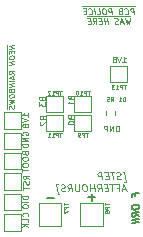
<source format=gbr>
%TF.GenerationSoftware,KiCad,Pcbnew,5.1.9-73d0e3b20d~88~ubuntu20.04.1*%
%TF.CreationDate,2022-04-15T22:34:28-04:00*%
%TF.ProjectId,ring,72696e67-2e6b-4696-9361-645f70636258,rev?*%
%TF.SameCoordinates,Original*%
%TF.FileFunction,Legend,Bot*%
%TF.FilePolarity,Positive*%
%FSLAX46Y46*%
G04 Gerber Fmt 4.6, Leading zero omitted, Abs format (unit mm)*
G04 Created by KiCad (PCBNEW 5.1.9-73d0e3b20d~88~ubuntu20.04.1) date 2022-04-15 22:34:28*
%MOMM*%
%LPD*%
G01*
G04 APERTURE LIST*
%ADD10C,0.060000*%
%ADD11C,0.112500*%
%ADD12C,0.075000*%
%ADD13C,0.150000*%
%ADD14C,0.120000*%
%ADD15C,0.180000*%
%ADD16C,0.160000*%
G04 APERTURE END LIST*
D10*
X79078057Y-30248990D02*
X79078057Y-29748990D01*
X78959009Y-29748990D01*
X78887580Y-29772800D01*
X78839961Y-29820419D01*
X78816152Y-29868038D01*
X78792342Y-29963276D01*
X78792342Y-30034704D01*
X78816152Y-30129942D01*
X78839961Y-30177561D01*
X78887580Y-30225180D01*
X78959009Y-30248990D01*
X79078057Y-30248990D01*
X78578057Y-30248990D02*
X78578057Y-29748990D01*
X78292342Y-30248990D01*
X78292342Y-29748990D01*
X78054247Y-30248990D02*
X78054247Y-29748990D01*
X77863771Y-29748990D01*
X77816152Y-29772800D01*
X77792342Y-29796609D01*
X77768533Y-29844228D01*
X77768533Y-29915657D01*
X77792342Y-29963276D01*
X77816152Y-29987085D01*
X77863771Y-30010895D01*
X78054247Y-30010895D01*
D11*
X79374171Y-24384371D02*
X79631314Y-24384371D01*
X79502742Y-24384371D02*
X79502742Y-23934371D01*
X79545600Y-23998657D01*
X79588457Y-24041514D01*
X79631314Y-24062942D01*
X79245600Y-23934371D02*
X79095600Y-24384371D01*
X78945600Y-23934371D01*
X78731314Y-24127228D02*
X78774171Y-24105800D01*
X78795600Y-24084371D01*
X78817028Y-24041514D01*
X78817028Y-24020085D01*
X78795600Y-23977228D01*
X78774171Y-23955800D01*
X78731314Y-23934371D01*
X78645600Y-23934371D01*
X78602742Y-23955800D01*
X78581314Y-23977228D01*
X78559885Y-24020085D01*
X78559885Y-24041514D01*
X78581314Y-24084371D01*
X78602742Y-24105800D01*
X78645600Y-24127228D01*
X78731314Y-24127228D01*
X78774171Y-24148657D01*
X78795600Y-24170085D01*
X78817028Y-24212942D01*
X78817028Y-24298657D01*
X78795600Y-24341514D01*
X78774171Y-24362942D01*
X78731314Y-24384371D01*
X78645600Y-24384371D01*
X78602742Y-24362942D01*
X78581314Y-24341514D01*
X78559885Y-24298657D01*
X78559885Y-24212942D01*
X78581314Y-24170085D01*
X78602742Y-24148657D01*
X78645600Y-24127228D01*
D12*
X80395731Y-19653200D02*
X79984168Y-19653200D01*
X80362144Y-20336890D02*
X80299644Y-19836890D01*
X80109168Y-19836890D01*
X80064525Y-19860700D01*
X80043692Y-19884509D01*
X80025835Y-19932128D01*
X80034763Y-20003557D01*
X80064525Y-20051176D01*
X80091311Y-20074985D01*
X80141906Y-20098795D01*
X80332383Y-20098795D01*
X79984168Y-19653200D02*
X79484168Y-19653200D01*
X79570478Y-20289271D02*
X79597263Y-20313080D01*
X79671668Y-20336890D01*
X79719287Y-20336890D01*
X79787740Y-20313080D01*
X79829406Y-20265461D01*
X79847263Y-20217842D01*
X79859168Y-20122604D01*
X79850240Y-20051176D01*
X79814525Y-19955938D01*
X79784763Y-19908319D01*
X79731192Y-19860700D01*
X79656787Y-19836890D01*
X79609168Y-19836890D01*
X79540716Y-19860700D01*
X79519883Y-19884509D01*
X79484168Y-19653200D02*
X78984168Y-19653200D01*
X79162740Y-20074985D02*
X79094287Y-20098795D01*
X79073454Y-20122604D01*
X79055597Y-20170223D01*
X79064525Y-20241652D01*
X79094287Y-20289271D01*
X79121073Y-20313080D01*
X79171668Y-20336890D01*
X79362144Y-20336890D01*
X79299644Y-19836890D01*
X79132978Y-19836890D01*
X79088335Y-19860700D01*
X79067502Y-19884509D01*
X79049644Y-19932128D01*
X79055597Y-19979747D01*
X79085359Y-20027366D01*
X79112144Y-20051176D01*
X79162740Y-20074985D01*
X79329406Y-20074985D01*
X78984168Y-19653200D02*
X78603216Y-19653200D01*
X78603216Y-19653200D02*
X78103216Y-19653200D01*
X78481192Y-20336890D02*
X78418692Y-19836890D01*
X78228216Y-19836890D01*
X78183573Y-19860700D01*
X78162740Y-19884509D01*
X78144883Y-19932128D01*
X78153811Y-20003557D01*
X78183573Y-20051176D01*
X78210359Y-20074985D01*
X78260954Y-20098795D01*
X78451430Y-20098795D01*
X78103216Y-19653200D02*
X77579406Y-19653200D01*
X77823454Y-19836890D02*
X77728216Y-19836890D01*
X77683573Y-19860700D01*
X77641906Y-19908319D01*
X77630002Y-20003557D01*
X77650835Y-20170223D01*
X77686549Y-20265461D01*
X77740121Y-20313080D01*
X77790716Y-20336890D01*
X77885954Y-20336890D01*
X77930597Y-20313080D01*
X77972263Y-20265461D01*
X77984168Y-20170223D01*
X77963335Y-20003557D01*
X77927621Y-19908319D01*
X77874049Y-19860700D01*
X77823454Y-19836890D01*
X77579406Y-19653200D02*
X77174644Y-19653200D01*
X77219287Y-20336890D02*
X77457383Y-20336890D01*
X77394883Y-19836890D01*
X77174644Y-19653200D02*
X76936549Y-19653200D01*
X77052621Y-20336890D02*
X76990121Y-19836890D01*
X76936549Y-19653200D02*
X76436549Y-19653200D01*
X76522859Y-20289271D02*
X76549644Y-20313080D01*
X76624049Y-20336890D01*
X76671668Y-20336890D01*
X76740121Y-20313080D01*
X76781787Y-20265461D01*
X76799644Y-20217842D01*
X76811549Y-20122604D01*
X76802621Y-20051176D01*
X76766906Y-19955938D01*
X76737144Y-19908319D01*
X76683573Y-19860700D01*
X76609168Y-19836890D01*
X76561549Y-19836890D01*
X76493097Y-19860700D01*
X76472263Y-19884509D01*
X76436549Y-19653200D02*
X75984168Y-19653200D01*
X76281787Y-20074985D02*
X76115121Y-20074985D01*
X76076430Y-20336890D02*
X76314525Y-20336890D01*
X76252025Y-19836890D01*
X76013930Y-19836890D01*
X80038588Y-20478200D02*
X79555597Y-20478200D01*
X79990121Y-20661890D02*
X79933573Y-21161890D01*
X79793692Y-20804747D01*
X79743097Y-21161890D01*
X79561549Y-20661890D01*
X79555597Y-20478200D02*
X79127025Y-20478200D01*
X79439525Y-21019033D02*
X79201430Y-21019033D01*
X79505002Y-21161890D02*
X79275835Y-20661890D01*
X79171668Y-21161890D01*
X79127025Y-20478200D02*
X78650835Y-20478200D01*
X79025835Y-21138080D02*
X78957383Y-21161890D01*
X78838335Y-21161890D01*
X78787740Y-21138080D01*
X78760954Y-21114271D01*
X78731192Y-21066652D01*
X78725240Y-21019033D01*
X78743097Y-20971414D01*
X78763930Y-20947604D01*
X78808573Y-20923795D01*
X78900835Y-20899985D01*
X78945478Y-20876176D01*
X78966311Y-20852366D01*
X78984168Y-20804747D01*
X78978216Y-20757128D01*
X78948454Y-20709509D01*
X78921668Y-20685700D01*
X78871073Y-20661890D01*
X78752025Y-20661890D01*
X78683573Y-20685700D01*
X78650835Y-20478200D02*
X78269883Y-20478200D01*
X78269883Y-20478200D02*
X77746073Y-20478200D01*
X78147859Y-21161890D02*
X78085359Y-20661890D01*
X78115121Y-20899985D02*
X77829406Y-20899985D01*
X77862144Y-21161890D02*
X77799644Y-20661890D01*
X77746073Y-20478200D02*
X77293692Y-20478200D01*
X77591311Y-20899985D02*
X77424644Y-20899985D01*
X77385954Y-21161890D02*
X77624049Y-21161890D01*
X77561549Y-20661890D01*
X77323454Y-20661890D01*
X77293692Y-20478200D02*
X76793692Y-20478200D01*
X76885954Y-21161890D02*
X77022859Y-20923795D01*
X77171668Y-21161890D02*
X77109168Y-20661890D01*
X76918692Y-20661890D01*
X76874049Y-20685700D01*
X76853216Y-20709509D01*
X76835359Y-20757128D01*
X76844287Y-20828557D01*
X76874049Y-20876176D01*
X76900835Y-20899985D01*
X76951430Y-20923795D01*
X77141906Y-20923795D01*
X76793692Y-20478200D02*
X76341311Y-20478200D01*
X76638930Y-20899985D02*
X76472263Y-20899985D01*
X76433573Y-21161890D02*
X76671668Y-21161890D01*
X76609168Y-20661890D01*
X76371073Y-20661890D01*
X69580900Y-22911531D02*
X69580900Y-23302147D01*
X70205971Y-22940540D02*
X69755971Y-22996790D01*
X70205971Y-23197683D01*
X69755971Y-23253933D01*
X69580900Y-23302147D02*
X69580900Y-23709290D01*
X69970257Y-23441433D02*
X69970257Y-23591433D01*
X70205971Y-23626254D02*
X70205971Y-23411968D01*
X69755971Y-23468218D01*
X69755971Y-23682504D01*
X69580900Y-23709290D02*
X69580900Y-24180718D01*
X69755971Y-23961075D02*
X69755971Y-24046790D01*
X69777400Y-24086968D01*
X69820257Y-24124468D01*
X69905971Y-24135183D01*
X70055971Y-24116433D01*
X70141685Y-24084290D01*
X70184542Y-24036075D01*
X70205971Y-23990540D01*
X70205971Y-23904825D01*
X70184542Y-23864647D01*
X70141685Y-23827147D01*
X70055971Y-23816433D01*
X69905971Y-23835183D01*
X69820257Y-23867325D01*
X69777400Y-23915540D01*
X69755971Y-23961075D01*
X69580900Y-24180718D02*
X69580900Y-24652147D01*
X70205971Y-24290540D02*
X69755971Y-24346790D01*
X70205971Y-24547683D01*
X69755971Y-24603933D01*
X69580900Y-24652147D02*
X69580900Y-24995004D01*
X69580900Y-24995004D02*
X69580900Y-25445004D01*
X70205971Y-25361968D02*
X69991685Y-25238754D01*
X70205971Y-25104825D02*
X69755971Y-25161075D01*
X69755971Y-25332504D01*
X69777400Y-25372683D01*
X69798828Y-25391433D01*
X69841685Y-25407504D01*
X69905971Y-25399468D01*
X69948828Y-25372683D01*
X69970257Y-25348575D01*
X69991685Y-25303040D01*
X69991685Y-25131611D01*
X69580900Y-25445004D02*
X69580900Y-25830718D01*
X70077400Y-25549468D02*
X70077400Y-25763754D01*
X70205971Y-25490540D02*
X69755971Y-25696790D01*
X70205971Y-25790540D01*
X69580900Y-25830718D02*
X69580900Y-26045004D01*
X70205971Y-25940540D02*
X69755971Y-25996790D01*
X69580900Y-26045004D02*
X69580900Y-26516433D01*
X70205971Y-26154825D02*
X69755971Y-26211075D01*
X70205971Y-26411968D01*
X69755971Y-26468218D01*
X69580900Y-26516433D02*
X69580900Y-26966433D01*
X69970257Y-26805718D02*
X69991685Y-26867325D01*
X70013114Y-26886075D01*
X70055971Y-26902147D01*
X70120257Y-26894111D01*
X70163114Y-26867325D01*
X70184542Y-26843218D01*
X70205971Y-26797683D01*
X70205971Y-26626254D01*
X69755971Y-26682504D01*
X69755971Y-26832504D01*
X69777400Y-26872683D01*
X69798828Y-26891433D01*
X69841685Y-26907504D01*
X69884542Y-26902147D01*
X69927400Y-26875361D01*
X69948828Y-26851254D01*
X69970257Y-26805718D01*
X69970257Y-26655718D01*
X69580900Y-26966433D02*
X69580900Y-27437861D01*
X69755971Y-27218218D02*
X69755971Y-27303933D01*
X69777400Y-27344111D01*
X69820257Y-27381611D01*
X69905971Y-27392325D01*
X70055971Y-27373575D01*
X70141685Y-27341433D01*
X70184542Y-27293218D01*
X70205971Y-27247683D01*
X70205971Y-27161968D01*
X70184542Y-27121790D01*
X70141685Y-27084290D01*
X70055971Y-27073575D01*
X69905971Y-27092325D01*
X69820257Y-27124468D01*
X69777400Y-27172683D01*
X69755971Y-27218218D01*
X69580900Y-27437861D02*
X69580900Y-27952147D01*
X69755971Y-27561075D02*
X70205971Y-27611968D01*
X69884542Y-27737861D01*
X70205971Y-27783397D01*
X69755971Y-27946790D01*
X69580900Y-27952147D02*
X69580900Y-28380718D01*
X70184542Y-28043218D02*
X70205971Y-28104825D01*
X70205971Y-28211968D01*
X70184542Y-28257504D01*
X70163114Y-28281611D01*
X70120257Y-28308397D01*
X70077400Y-28313754D01*
X70034542Y-28297683D01*
X70013114Y-28278933D01*
X69991685Y-28238754D01*
X69970257Y-28155718D01*
X69948828Y-28115540D01*
X69927400Y-28096790D01*
X69884542Y-28080718D01*
X69841685Y-28086075D01*
X69798828Y-28112861D01*
X69777400Y-28136968D01*
X69755971Y-28182504D01*
X69755971Y-28289647D01*
X69777400Y-28351254D01*
D13*
X80475142Y-35710762D02*
X80475142Y-35510762D01*
X80789428Y-35471476D02*
X80189428Y-35546476D01*
X80189428Y-35832191D01*
X80189428Y-36632191D02*
X80189428Y-36746476D01*
X80218000Y-36800048D01*
X80275142Y-36850048D01*
X80389428Y-36864333D01*
X80589428Y-36839333D01*
X80703714Y-36796476D01*
X80760857Y-36732191D01*
X80789428Y-36671476D01*
X80789428Y-36557191D01*
X80760857Y-36503619D01*
X80703714Y-36453619D01*
X80589428Y-36439333D01*
X80389428Y-36464333D01*
X80275142Y-36507191D01*
X80218000Y-36571476D01*
X80189428Y-36632191D01*
X80789428Y-37414333D02*
X80503714Y-37250048D01*
X80789428Y-37071476D02*
X80189428Y-37146476D01*
X80189428Y-37375048D01*
X80218000Y-37428619D01*
X80246571Y-37453619D01*
X80303714Y-37475048D01*
X80389428Y-37464333D01*
X80446571Y-37428619D01*
X80475142Y-37396476D01*
X80503714Y-37335762D01*
X80503714Y-37107191D01*
X80789428Y-37671476D02*
X80189428Y-37746476D01*
X80789428Y-37957191D02*
X80189428Y-38032191D01*
D14*
X79486742Y-34505428D02*
X79629600Y-34505428D01*
X79522457Y-33648285D01*
X79379600Y-33648285D01*
X79258171Y-34276857D02*
X79176028Y-34305428D01*
X79033171Y-34305428D01*
X78972457Y-34276857D01*
X78940314Y-34248285D01*
X78904600Y-34191142D01*
X78897457Y-34134000D01*
X78918885Y-34076857D01*
X78943885Y-34048285D01*
X78997457Y-34019714D01*
X79108171Y-33991142D01*
X79161742Y-33962571D01*
X79186742Y-33934000D01*
X79208171Y-33876857D01*
X79201028Y-33819714D01*
X79165314Y-33762571D01*
X79133171Y-33734000D01*
X79072457Y-33705428D01*
X78929600Y-33705428D01*
X78847457Y-33734000D01*
X78672457Y-33705428D02*
X78329600Y-33705428D01*
X78576028Y-34305428D02*
X78501028Y-33705428D01*
X78165314Y-33991142D02*
X77965314Y-33991142D01*
X77918885Y-34305428D02*
X78204600Y-34305428D01*
X78129600Y-33705428D01*
X77843885Y-33705428D01*
X77661742Y-34305428D02*
X77586742Y-33705428D01*
X77358171Y-33705428D01*
X77304600Y-33734000D01*
X77279600Y-33762571D01*
X77258171Y-33819714D01*
X77268885Y-33905428D01*
X77304600Y-33962571D01*
X77336742Y-33991142D01*
X77397457Y-34019714D01*
X77626028Y-34019714D01*
X79640314Y-35154000D02*
X79354600Y-35154000D01*
X79718885Y-35325428D02*
X79443885Y-34725428D01*
X79318885Y-35325428D01*
X78879600Y-35011142D02*
X79079600Y-35011142D01*
X79118885Y-35325428D02*
X79043885Y-34725428D01*
X78758171Y-34725428D01*
X78615314Y-34725428D02*
X78272457Y-34725428D01*
X78518885Y-35325428D02*
X78443885Y-34725428D01*
X78108171Y-35011142D02*
X77908171Y-35011142D01*
X77861742Y-35325428D02*
X78147457Y-35325428D01*
X78072457Y-34725428D01*
X77786742Y-34725428D01*
X77261742Y-35325428D02*
X77426028Y-35039714D01*
X77604600Y-35325428D02*
X77529600Y-34725428D01*
X77301028Y-34725428D01*
X77247457Y-34754000D01*
X77222457Y-34782571D01*
X77201028Y-34839714D01*
X77211742Y-34925428D01*
X77247457Y-34982571D01*
X77279600Y-35011142D01*
X77340314Y-35039714D01*
X77568885Y-35039714D01*
X77004600Y-35325428D02*
X76929600Y-34725428D01*
X76965314Y-35011142D02*
X76622457Y-35011142D01*
X76661742Y-35325428D02*
X76586742Y-34725428D01*
X76186742Y-34725428D02*
X76072457Y-34725428D01*
X76018885Y-34754000D01*
X75968885Y-34811142D01*
X75954600Y-34925428D01*
X75979600Y-35125428D01*
X76022457Y-35239714D01*
X76086742Y-35296857D01*
X76147457Y-35325428D01*
X76261742Y-35325428D01*
X76315314Y-35296857D01*
X76365314Y-35239714D01*
X76379600Y-35125428D01*
X76354600Y-34925428D01*
X76311742Y-34811142D01*
X76247457Y-34754000D01*
X76186742Y-34725428D01*
X75672457Y-34725428D02*
X75733171Y-35211142D01*
X75711742Y-35268285D01*
X75686742Y-35296857D01*
X75633171Y-35325428D01*
X75518885Y-35325428D01*
X75458171Y-35296857D01*
X75426028Y-35268285D01*
X75390314Y-35211142D01*
X75329600Y-34725428D01*
X74776028Y-35325428D02*
X74940314Y-35039714D01*
X75118885Y-35325428D02*
X75043885Y-34725428D01*
X74815314Y-34725428D01*
X74761742Y-34754000D01*
X74736742Y-34782571D01*
X74715314Y-34839714D01*
X74726028Y-34925428D01*
X74761742Y-34982571D01*
X74793885Y-35011142D01*
X74854600Y-35039714D01*
X75083171Y-35039714D01*
X74543885Y-35296857D02*
X74461742Y-35325428D01*
X74318885Y-35325428D01*
X74258171Y-35296857D01*
X74226028Y-35268285D01*
X74190314Y-35211142D01*
X74183171Y-35154000D01*
X74204600Y-35096857D01*
X74229600Y-35068285D01*
X74283171Y-35039714D01*
X74393885Y-35011142D01*
X74447457Y-34982571D01*
X74472457Y-34954000D01*
X74493885Y-34896857D01*
X74486742Y-34839714D01*
X74451028Y-34782571D01*
X74418885Y-34754000D01*
X74358171Y-34725428D01*
X74215314Y-34725428D01*
X74133171Y-34754000D01*
X74029600Y-35525428D02*
X73886742Y-35525428D01*
X73779600Y-34668285D01*
X73922457Y-34668285D01*
D10*
X74995885Y-29058419D02*
X75019695Y-29129847D01*
X75043504Y-29153657D01*
X75091123Y-29177466D01*
X75162552Y-29177466D01*
X75210171Y-29153657D01*
X75233980Y-29129847D01*
X75257790Y-29082228D01*
X75257790Y-28891752D01*
X74757790Y-28891752D01*
X74757790Y-29058419D01*
X74781600Y-29106038D01*
X74805409Y-29129847D01*
X74853028Y-29153657D01*
X74900647Y-29153657D01*
X74948266Y-29129847D01*
X74972076Y-29106038D01*
X74995885Y-29058419D01*
X74995885Y-28891752D01*
X74757790Y-29486990D02*
X74757790Y-29534609D01*
X74781600Y-29582228D01*
X74805409Y-29606038D01*
X74853028Y-29629847D01*
X74948266Y-29653657D01*
X75067314Y-29653657D01*
X75162552Y-29629847D01*
X75210171Y-29606038D01*
X75233980Y-29582228D01*
X75257790Y-29534609D01*
X75257790Y-29486990D01*
X75233980Y-29439371D01*
X75210171Y-29415561D01*
X75162552Y-29391752D01*
X75067314Y-29367942D01*
X74948266Y-29367942D01*
X74853028Y-29391752D01*
X74805409Y-29415561D01*
X74781600Y-29439371D01*
X74757790Y-29486990D01*
X72608285Y-29109219D02*
X72632095Y-29180647D01*
X72655904Y-29204457D01*
X72703523Y-29228266D01*
X72774952Y-29228266D01*
X72822571Y-29204457D01*
X72846380Y-29180647D01*
X72870190Y-29133028D01*
X72870190Y-28942552D01*
X72370190Y-28942552D01*
X72370190Y-29109219D01*
X72394000Y-29156838D01*
X72417809Y-29180647D01*
X72465428Y-29204457D01*
X72513047Y-29204457D01*
X72560666Y-29180647D01*
X72584476Y-29156838D01*
X72608285Y-29109219D01*
X72608285Y-28942552D01*
X72417809Y-29418742D02*
X72394000Y-29442552D01*
X72370190Y-29490171D01*
X72370190Y-29609219D01*
X72394000Y-29656838D01*
X72417809Y-29680647D01*
X72465428Y-29704457D01*
X72513047Y-29704457D01*
X72584476Y-29680647D01*
X72870190Y-29394933D01*
X72870190Y-29704457D01*
X74995885Y-27382019D02*
X75019695Y-27453447D01*
X75043504Y-27477257D01*
X75091123Y-27501066D01*
X75162552Y-27501066D01*
X75210171Y-27477257D01*
X75233980Y-27453447D01*
X75257790Y-27405828D01*
X75257790Y-27215352D01*
X74757790Y-27215352D01*
X74757790Y-27382019D01*
X74781600Y-27429638D01*
X74805409Y-27453447D01*
X74853028Y-27477257D01*
X74900647Y-27477257D01*
X74948266Y-27453447D01*
X74972076Y-27429638D01*
X74995885Y-27382019D01*
X74995885Y-27215352D01*
X75257790Y-27977257D02*
X75257790Y-27691542D01*
X75257790Y-27834400D02*
X74757790Y-27834400D01*
X74829219Y-27786780D01*
X74876838Y-27739161D01*
X74900647Y-27691542D01*
X72557485Y-27483619D02*
X72581295Y-27555047D01*
X72605104Y-27578857D01*
X72652723Y-27602666D01*
X72724152Y-27602666D01*
X72771771Y-27578857D01*
X72795580Y-27555047D01*
X72819390Y-27507428D01*
X72819390Y-27316952D01*
X72319390Y-27316952D01*
X72319390Y-27483619D01*
X72343200Y-27531238D01*
X72367009Y-27555047D01*
X72414628Y-27578857D01*
X72462247Y-27578857D01*
X72509866Y-27555047D01*
X72533676Y-27531238D01*
X72557485Y-27483619D01*
X72557485Y-27316952D01*
X72319390Y-27769333D02*
X72319390Y-28078857D01*
X72509866Y-27912190D01*
X72509866Y-27983619D01*
X72533676Y-28031238D01*
X72557485Y-28055047D01*
X72605104Y-28078857D01*
X72724152Y-28078857D01*
X72771771Y-28055047D01*
X72795580Y-28031238D01*
X72819390Y-27983619D01*
X72819390Y-27840761D01*
X72795580Y-27793142D01*
X72771771Y-27769333D01*
X71396990Y-29002076D02*
X71396990Y-28716361D01*
X71396990Y-28859219D02*
X70896990Y-28859219D01*
X70968419Y-28811600D01*
X71016038Y-28763980D01*
X71039847Y-28716361D01*
X70896990Y-29144933D02*
X71396990Y-29311600D01*
X70896990Y-29478266D01*
X71111276Y-29716361D02*
X71087466Y-29668742D01*
X71063657Y-29644933D01*
X71016038Y-29621123D01*
X70992228Y-29621123D01*
X70944609Y-29644933D01*
X70920800Y-29668742D01*
X70896990Y-29716361D01*
X70896990Y-29811600D01*
X70920800Y-29859219D01*
X70944609Y-29883028D01*
X70992228Y-29906838D01*
X71016038Y-29906838D01*
X71063657Y-29883028D01*
X71087466Y-29859219D01*
X71111276Y-29811600D01*
X71111276Y-29716361D01*
X71135085Y-29668742D01*
X71158895Y-29644933D01*
X71206514Y-29621123D01*
X71301752Y-29621123D01*
X71349371Y-29644933D01*
X71373180Y-29668742D01*
X71396990Y-29716361D01*
X71396990Y-29811600D01*
X71373180Y-29859219D01*
X71349371Y-29883028D01*
X71301752Y-29906838D01*
X71206514Y-29906838D01*
X71158895Y-29883028D01*
X71135085Y-29859219D01*
X71111276Y-29811600D01*
X70920800Y-30556247D02*
X70896990Y-30508628D01*
X70896990Y-30437200D01*
X70920800Y-30365771D01*
X70968419Y-30318152D01*
X71016038Y-30294342D01*
X71111276Y-30270533D01*
X71182704Y-30270533D01*
X71277942Y-30294342D01*
X71325561Y-30318152D01*
X71373180Y-30365771D01*
X71396990Y-30437200D01*
X71396990Y-30484819D01*
X71373180Y-30556247D01*
X71349371Y-30580057D01*
X71182704Y-30580057D01*
X71182704Y-30484819D01*
X71396990Y-30794342D02*
X70896990Y-30794342D01*
X71396990Y-31080057D01*
X70896990Y-31080057D01*
X71396990Y-31318152D02*
X70896990Y-31318152D01*
X70896990Y-31437200D01*
X70920800Y-31508628D01*
X70968419Y-31556247D01*
X71016038Y-31580057D01*
X71111276Y-31603866D01*
X71182704Y-31603866D01*
X71277942Y-31580057D01*
X71325561Y-31556247D01*
X71373180Y-31508628D01*
X71396990Y-31437200D01*
X71396990Y-31318152D01*
X71135085Y-32087428D02*
X71158895Y-32158857D01*
X71182704Y-32182666D01*
X71230323Y-32206476D01*
X71301752Y-32206476D01*
X71349371Y-32182666D01*
X71373180Y-32158857D01*
X71396990Y-32111238D01*
X71396990Y-31920761D01*
X70896990Y-31920761D01*
X70896990Y-32087428D01*
X70920800Y-32135047D01*
X70944609Y-32158857D01*
X70992228Y-32182666D01*
X71039847Y-32182666D01*
X71087466Y-32158857D01*
X71111276Y-32135047D01*
X71135085Y-32087428D01*
X71135085Y-31920761D01*
X70896990Y-32516000D02*
X70896990Y-32611238D01*
X70920800Y-32658857D01*
X70968419Y-32706476D01*
X71063657Y-32730285D01*
X71230323Y-32730285D01*
X71325561Y-32706476D01*
X71373180Y-32658857D01*
X71396990Y-32611238D01*
X71396990Y-32516000D01*
X71373180Y-32468380D01*
X71325561Y-32420761D01*
X71230323Y-32396952D01*
X71063657Y-32396952D01*
X70968419Y-32420761D01*
X70920800Y-32468380D01*
X70896990Y-32516000D01*
X70896990Y-33039809D02*
X70896990Y-33135047D01*
X70920800Y-33182666D01*
X70968419Y-33230285D01*
X71063657Y-33254095D01*
X71230323Y-33254095D01*
X71325561Y-33230285D01*
X71373180Y-33182666D01*
X71396990Y-33135047D01*
X71396990Y-33039809D01*
X71373180Y-32992190D01*
X71325561Y-32944571D01*
X71230323Y-32920761D01*
X71063657Y-32920761D01*
X70968419Y-32944571D01*
X70920800Y-32992190D01*
X70896990Y-33039809D01*
X70896990Y-33396952D02*
X70896990Y-33682666D01*
X71396990Y-33539809D02*
X70896990Y-33539809D01*
X71447790Y-34270190D02*
X71209695Y-34103523D01*
X71447790Y-33984476D02*
X70947790Y-33984476D01*
X70947790Y-34174952D01*
X70971600Y-34222571D01*
X70995409Y-34246380D01*
X71043028Y-34270190D01*
X71114457Y-34270190D01*
X71162076Y-34246380D01*
X71185885Y-34222571D01*
X71209695Y-34174952D01*
X71209695Y-33984476D01*
X71423980Y-34460666D02*
X71447790Y-34532095D01*
X71447790Y-34651142D01*
X71423980Y-34698761D01*
X71400171Y-34722571D01*
X71352552Y-34746380D01*
X71304933Y-34746380D01*
X71257314Y-34722571D01*
X71233504Y-34698761D01*
X71209695Y-34651142D01*
X71185885Y-34555904D01*
X71162076Y-34508285D01*
X71138266Y-34484476D01*
X71090647Y-34460666D01*
X71043028Y-34460666D01*
X70995409Y-34484476D01*
X70971600Y-34508285D01*
X70947790Y-34555904D01*
X70947790Y-34674952D01*
X70971600Y-34746380D01*
X70947790Y-34889238D02*
X70947790Y-35174952D01*
X71447790Y-35032095D02*
X70947790Y-35032095D01*
X71349371Y-37446780D02*
X71373180Y-37422971D01*
X71396990Y-37351542D01*
X71396990Y-37303923D01*
X71373180Y-37232495D01*
X71325561Y-37184876D01*
X71277942Y-37161066D01*
X71182704Y-37137257D01*
X71111276Y-37137257D01*
X71016038Y-37161066D01*
X70968419Y-37184876D01*
X70920800Y-37232495D01*
X70896990Y-37303923D01*
X70896990Y-37351542D01*
X70920800Y-37422971D01*
X70944609Y-37446780D01*
X71396990Y-37899161D02*
X71396990Y-37661066D01*
X70896990Y-37661066D01*
X71396990Y-38065828D02*
X70896990Y-38065828D01*
X71396990Y-38351542D02*
X71111276Y-38137257D01*
X70896990Y-38351542D02*
X71182704Y-38065828D01*
X71396990Y-35708495D02*
X70896990Y-35708495D01*
X70896990Y-35827542D01*
X70920800Y-35898971D01*
X70968419Y-35946590D01*
X71016038Y-35970400D01*
X71111276Y-35994209D01*
X71182704Y-35994209D01*
X71277942Y-35970400D01*
X71325561Y-35946590D01*
X71373180Y-35898971D01*
X71396990Y-35827542D01*
X71396990Y-35708495D01*
X71396990Y-36208495D02*
X70896990Y-36208495D01*
X70896990Y-36541828D02*
X70896990Y-36637066D01*
X70920800Y-36684685D01*
X70968419Y-36732304D01*
X71063657Y-36756114D01*
X71230323Y-36756114D01*
X71325561Y-36732304D01*
X71373180Y-36684685D01*
X71396990Y-36637066D01*
X71396990Y-36541828D01*
X71373180Y-36494209D01*
X71325561Y-36446590D01*
X71230323Y-36422780D01*
X71063657Y-36422780D01*
X70968419Y-36446590D01*
X70920800Y-36494209D01*
X70896990Y-36541828D01*
D15*
X72974238Y-35871142D02*
X73583761Y-35871142D01*
D16*
X76454038Y-35820342D02*
X77063561Y-35820342D01*
X76758800Y-36125104D02*
X76758800Y-35515580D01*
D14*
%TO.C,TP13*%
X78344800Y-24700000D02*
X78344800Y-26100000D01*
X79744800Y-24700000D02*
X78344800Y-24700000D01*
X79744800Y-26100000D02*
X79744800Y-24700000D01*
X78344800Y-26100000D02*
X79744800Y-26100000D01*
%TO.C,TP12*%
X72909200Y-27240000D02*
X72909200Y-28640000D01*
X74309200Y-27240000D02*
X72909200Y-27240000D01*
X74309200Y-28640000D02*
X74309200Y-27240000D01*
X72909200Y-28640000D02*
X74309200Y-28640000D01*
%TO.C,TP11*%
X72909200Y-28814800D02*
X72909200Y-30214800D01*
X74309200Y-28814800D02*
X72909200Y-28814800D01*
X74309200Y-30214800D02*
X74309200Y-28814800D01*
X72909200Y-30214800D02*
X74309200Y-30214800D01*
%TO.C,TP10*%
X75296800Y-27240000D02*
X75296800Y-28640000D01*
X76696800Y-27240000D02*
X75296800Y-27240000D01*
X76696800Y-28640000D02*
X76696800Y-27240000D01*
X75296800Y-28640000D02*
X76696800Y-28640000D01*
%TO.C,TP9*%
X75296800Y-28814800D02*
X75296800Y-30214800D01*
X76696800Y-28814800D02*
X75296800Y-28814800D01*
X76696800Y-30214800D02*
X76696800Y-28814800D01*
X75296800Y-30214800D02*
X76696800Y-30214800D01*
%TO.C,R5*%
X78764400Y-28548359D02*
X78764400Y-28855641D01*
X78004400Y-28548359D02*
X78004400Y-28855641D01*
%TO.C,D1*%
X79450400Y-27612000D02*
G75*
G03*
X79450400Y-27612000I-50000J0D01*
G01*
%TO.C,TP8*%
X75808800Y-36337200D02*
X75808800Y-38237200D01*
X77708800Y-36337200D02*
X75808800Y-36337200D01*
X77708800Y-38237200D02*
X77708800Y-36337200D01*
X75808800Y-38237200D02*
X77708800Y-38237200D01*
%TO.C,TP7*%
X72303600Y-36337200D02*
X72303600Y-38237200D01*
X74203600Y-36337200D02*
X72303600Y-36337200D01*
X74203600Y-38237200D02*
X74203600Y-36337200D01*
X72303600Y-38237200D02*
X74203600Y-38237200D01*
%TO.C,TP4*%
X69353200Y-35193200D02*
X70753200Y-35193200D01*
X70753200Y-35193200D02*
X70753200Y-33793200D01*
X70753200Y-33793200D02*
X69353200Y-33793200D01*
X69353200Y-33793200D02*
X69353200Y-35193200D01*
%TO.C,TP6*%
X69353200Y-28611600D02*
X69353200Y-30011600D01*
X70753200Y-28611600D02*
X69353200Y-28611600D01*
X70753200Y-30011600D02*
X70753200Y-28611600D01*
X69353200Y-30011600D02*
X70753200Y-30011600D01*
%TO.C,TP5*%
X69353200Y-30338800D02*
X69353200Y-31738800D01*
X70753200Y-30338800D02*
X69353200Y-30338800D01*
X70753200Y-31738800D02*
X70753200Y-30338800D01*
X69353200Y-31738800D02*
X70753200Y-31738800D01*
%TO.C,TP3*%
X69353200Y-32066000D02*
X69353200Y-33466000D01*
X70753200Y-32066000D02*
X69353200Y-32066000D01*
X70753200Y-33466000D02*
X70753200Y-32066000D01*
X69353200Y-33466000D02*
X70753200Y-33466000D01*
%TO.C,TP2*%
X69353200Y-37247600D02*
X69353200Y-38647600D01*
X70753200Y-37247600D02*
X69353200Y-37247600D01*
X70753200Y-38647600D02*
X70753200Y-37247600D01*
X69353200Y-38647600D02*
X70753200Y-38647600D01*
%TO.C,TP1*%
X69353200Y-35520400D02*
X69353200Y-36920400D01*
X70753200Y-35520400D02*
X69353200Y-35520400D01*
X70753200Y-36920400D02*
X70753200Y-35520400D01*
X69353200Y-36920400D02*
X70753200Y-36920400D01*
%TO.C,TP13*%
D10*
X79653133Y-26325933D02*
X79453133Y-26325933D01*
X79553133Y-26675933D02*
X79553133Y-26325933D01*
X79336466Y-26675933D02*
X79336466Y-26325933D01*
X79203133Y-26325933D01*
X79169800Y-26342600D01*
X79153133Y-26359266D01*
X79136466Y-26392600D01*
X79136466Y-26442600D01*
X79153133Y-26475933D01*
X79169800Y-26492600D01*
X79203133Y-26509266D01*
X79336466Y-26509266D01*
X78803133Y-26675933D02*
X79003133Y-26675933D01*
X78903133Y-26675933D02*
X78903133Y-26325933D01*
X78936466Y-26375933D01*
X78969800Y-26409266D01*
X79003133Y-26425933D01*
X78686466Y-26325933D02*
X78469800Y-26325933D01*
X78586466Y-26459266D01*
X78536466Y-26459266D01*
X78503133Y-26475933D01*
X78486466Y-26492600D01*
X78469800Y-26525933D01*
X78469800Y-26609266D01*
X78486466Y-26642600D01*
X78503133Y-26659266D01*
X78536466Y-26675933D01*
X78636466Y-26675933D01*
X78669800Y-26659266D01*
X78686466Y-26642600D01*
%TO.C,TP12*%
X74217533Y-26783133D02*
X74017533Y-26783133D01*
X74117533Y-27133133D02*
X74117533Y-26783133D01*
X73900866Y-27133133D02*
X73900866Y-26783133D01*
X73767533Y-26783133D01*
X73734200Y-26799800D01*
X73717533Y-26816466D01*
X73700866Y-26849800D01*
X73700866Y-26899800D01*
X73717533Y-26933133D01*
X73734200Y-26949800D01*
X73767533Y-26966466D01*
X73900866Y-26966466D01*
X73367533Y-27133133D02*
X73567533Y-27133133D01*
X73467533Y-27133133D02*
X73467533Y-26783133D01*
X73500866Y-26833133D01*
X73534200Y-26866466D01*
X73567533Y-26883133D01*
X73234200Y-26816466D02*
X73217533Y-26799800D01*
X73184200Y-26783133D01*
X73100866Y-26783133D01*
X73067533Y-26799800D01*
X73050866Y-26816466D01*
X73034200Y-26849800D01*
X73034200Y-26883133D01*
X73050866Y-26933133D01*
X73250866Y-27133133D01*
X73034200Y-27133133D01*
%TO.C,TP11*%
X74217533Y-30339133D02*
X74017533Y-30339133D01*
X74117533Y-30689133D02*
X74117533Y-30339133D01*
X73900866Y-30689133D02*
X73900866Y-30339133D01*
X73767533Y-30339133D01*
X73734200Y-30355800D01*
X73717533Y-30372466D01*
X73700866Y-30405800D01*
X73700866Y-30455800D01*
X73717533Y-30489133D01*
X73734200Y-30505800D01*
X73767533Y-30522466D01*
X73900866Y-30522466D01*
X73367533Y-30689133D02*
X73567533Y-30689133D01*
X73467533Y-30689133D02*
X73467533Y-30339133D01*
X73500866Y-30389133D01*
X73534200Y-30422466D01*
X73567533Y-30439133D01*
X73034200Y-30689133D02*
X73234200Y-30689133D01*
X73134200Y-30689133D02*
X73134200Y-30339133D01*
X73167533Y-30389133D01*
X73200866Y-30422466D01*
X73234200Y-30439133D01*
%TO.C,TP10*%
X76605133Y-26783133D02*
X76405133Y-26783133D01*
X76505133Y-27133133D02*
X76505133Y-26783133D01*
X76288466Y-27133133D02*
X76288466Y-26783133D01*
X76155133Y-26783133D01*
X76121800Y-26799800D01*
X76105133Y-26816466D01*
X76088466Y-26849800D01*
X76088466Y-26899800D01*
X76105133Y-26933133D01*
X76121800Y-26949800D01*
X76155133Y-26966466D01*
X76288466Y-26966466D01*
X75755133Y-27133133D02*
X75955133Y-27133133D01*
X75855133Y-27133133D02*
X75855133Y-26783133D01*
X75888466Y-26833133D01*
X75921800Y-26866466D01*
X75955133Y-26883133D01*
X75538466Y-26783133D02*
X75505133Y-26783133D01*
X75471800Y-26799800D01*
X75455133Y-26816466D01*
X75438466Y-26849800D01*
X75421800Y-26916466D01*
X75421800Y-26999800D01*
X75438466Y-27066466D01*
X75455133Y-27099800D01*
X75471800Y-27116466D01*
X75505133Y-27133133D01*
X75538466Y-27133133D01*
X75571800Y-27116466D01*
X75588466Y-27099800D01*
X75605133Y-27066466D01*
X75621800Y-26999800D01*
X75621800Y-26916466D01*
X75605133Y-26849800D01*
X75588466Y-26816466D01*
X75571800Y-26799800D01*
X75538466Y-26783133D01*
%TO.C,TP9*%
X76438466Y-30339133D02*
X76238466Y-30339133D01*
X76338466Y-30689133D02*
X76338466Y-30339133D01*
X76121800Y-30689133D02*
X76121800Y-30339133D01*
X75988466Y-30339133D01*
X75955133Y-30355800D01*
X75938466Y-30372466D01*
X75921800Y-30405800D01*
X75921800Y-30455800D01*
X75938466Y-30489133D01*
X75955133Y-30505800D01*
X75988466Y-30522466D01*
X76121800Y-30522466D01*
X75755133Y-30689133D02*
X75688466Y-30689133D01*
X75655133Y-30672466D01*
X75638466Y-30655800D01*
X75605133Y-30605800D01*
X75588466Y-30539133D01*
X75588466Y-30405800D01*
X75605133Y-30372466D01*
X75621800Y-30355800D01*
X75655133Y-30339133D01*
X75721800Y-30339133D01*
X75755133Y-30355800D01*
X75771800Y-30372466D01*
X75788466Y-30405800D01*
X75788466Y-30489133D01*
X75771800Y-30522466D01*
X75755133Y-30539133D01*
X75721800Y-30555800D01*
X75655133Y-30555800D01*
X75621800Y-30539133D01*
X75605133Y-30522466D01*
X75588466Y-30489133D01*
%TO.C,R5*%
X78391933Y-27691933D02*
X78508600Y-27525266D01*
X78591933Y-27691933D02*
X78591933Y-27341933D01*
X78458600Y-27341933D01*
X78425266Y-27358600D01*
X78408600Y-27375266D01*
X78391933Y-27408600D01*
X78391933Y-27458600D01*
X78408600Y-27491933D01*
X78425266Y-27508600D01*
X78458600Y-27525266D01*
X78591933Y-27525266D01*
X78075266Y-27341933D02*
X78241933Y-27341933D01*
X78258600Y-27508600D01*
X78241933Y-27491933D01*
X78208600Y-27475266D01*
X78125266Y-27475266D01*
X78091933Y-27491933D01*
X78075266Y-27508600D01*
X78058600Y-27541933D01*
X78058600Y-27625266D01*
X78075266Y-27658600D01*
X78091933Y-27675266D01*
X78125266Y-27691933D01*
X78208600Y-27691933D01*
X78241933Y-27675266D01*
X78258600Y-27658600D01*
%TO.C,D1*%
X79607933Y-27691933D02*
X79607933Y-27341933D01*
X79524600Y-27341933D01*
X79474600Y-27358600D01*
X79441266Y-27391933D01*
X79424600Y-27425266D01*
X79407933Y-27491933D01*
X79407933Y-27541933D01*
X79424600Y-27608600D01*
X79441266Y-27641933D01*
X79474600Y-27675266D01*
X79524600Y-27691933D01*
X79607933Y-27691933D01*
X79074600Y-27691933D02*
X79274600Y-27691933D01*
X79174600Y-27691933D02*
X79174600Y-27341933D01*
X79207933Y-27391933D01*
X79241266Y-27425266D01*
X79274600Y-27441933D01*
%TO.C,TP8*%
X77887933Y-36286733D02*
X77887933Y-36486733D01*
X78237933Y-36386733D02*
X77887933Y-36386733D01*
X78237933Y-36603400D02*
X77887933Y-36603400D01*
X77887933Y-36736733D01*
X77904600Y-36770066D01*
X77921266Y-36786733D01*
X77954600Y-36803400D01*
X78004600Y-36803400D01*
X78037933Y-36786733D01*
X78054600Y-36770066D01*
X78071266Y-36736733D01*
X78071266Y-36603400D01*
X78037933Y-37003400D02*
X78021266Y-36970066D01*
X78004600Y-36953400D01*
X77971266Y-36936733D01*
X77954600Y-36936733D01*
X77921266Y-36953400D01*
X77904600Y-36970066D01*
X77887933Y-37003400D01*
X77887933Y-37070066D01*
X77904600Y-37103400D01*
X77921266Y-37120066D01*
X77954600Y-37136733D01*
X77971266Y-37136733D01*
X78004600Y-37120066D01*
X78021266Y-37103400D01*
X78037933Y-37070066D01*
X78037933Y-37003400D01*
X78054600Y-36970066D01*
X78071266Y-36953400D01*
X78104600Y-36936733D01*
X78171266Y-36936733D01*
X78204600Y-36953400D01*
X78221266Y-36970066D01*
X78237933Y-37003400D01*
X78237933Y-37070066D01*
X78221266Y-37103400D01*
X78204600Y-37120066D01*
X78171266Y-37136733D01*
X78104600Y-37136733D01*
X78071266Y-37120066D01*
X78054600Y-37103400D01*
X78037933Y-37070066D01*
%TO.C,TP7*%
X74382733Y-36286733D02*
X74382733Y-36486733D01*
X74732733Y-36386733D02*
X74382733Y-36386733D01*
X74732733Y-36603400D02*
X74382733Y-36603400D01*
X74382733Y-36736733D01*
X74399400Y-36770066D01*
X74416066Y-36786733D01*
X74449400Y-36803400D01*
X74499400Y-36803400D01*
X74532733Y-36786733D01*
X74549400Y-36770066D01*
X74566066Y-36736733D01*
X74566066Y-36603400D01*
X74382733Y-36920066D02*
X74382733Y-37153400D01*
X74732733Y-37003400D01*
%TD*%
M02*

</source>
